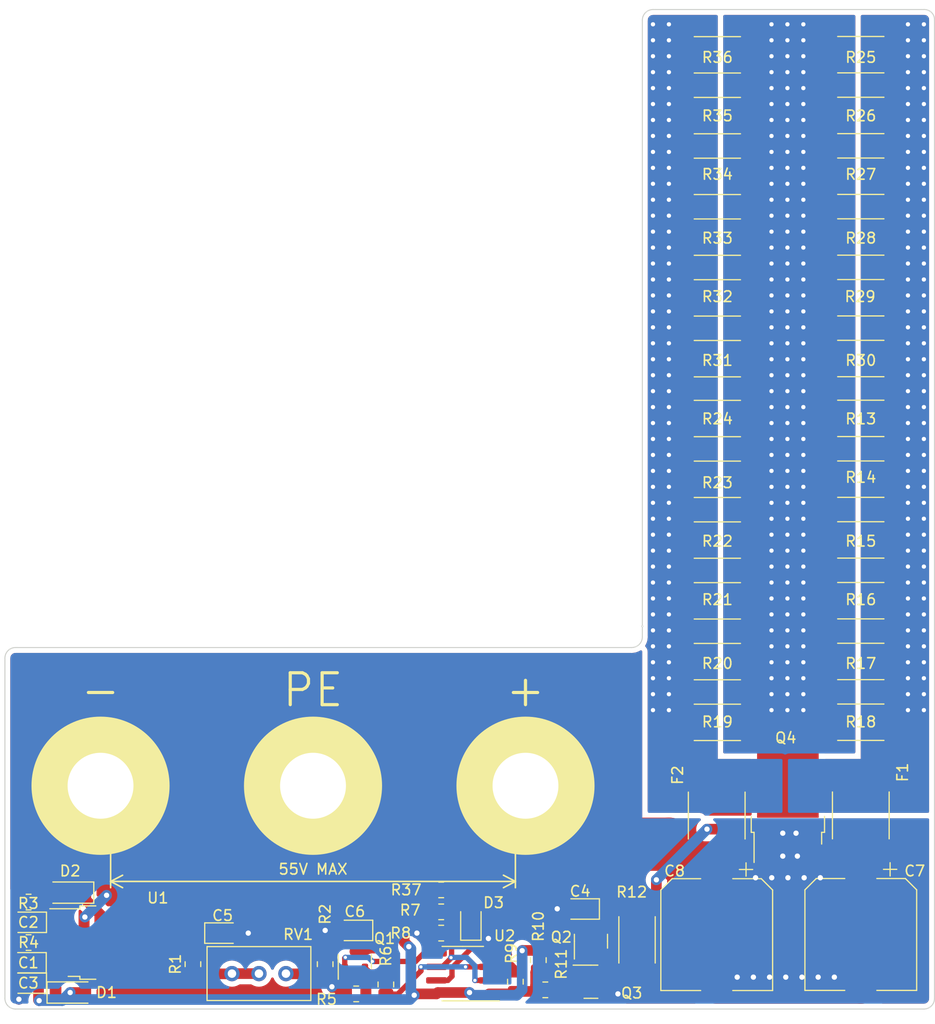
<source format=kicad_pcb>
(kicad_pcb (version 20211014) (generator pcbnew)
  (layers (0 "F.Cu" signal) (31 "B.Cu" signal) (34 "B.Paste" user) (35 "F.Paste" user) (36 "B.SilkS" user "B.Silkscreen") (37 "F.SilkS" user "F.Silkscreen") (38 "B.Mask" user) (39 "F.Mask" user) (44 "Edge.Cuts" user))
  (net 0 "")
  (net 1 "+VDC")
  (net 2 "GND")
  (net 3 "Net-(C2-Pad1)")
  (net 4 "VCC")
  (net 6 "Net-(Q1-Pad1)")
  (net 7 "Net-(Q1-Pad2)")
  (net 8 "Net-(Q2-Pad1)")
  (net 9 "Net-(Q2-Pad2)")
  (net 10 "Net-(Q4-Pad1)")
  (net 11 "Net-(Q4-Pad2)")
  (net 12 "Net-(R1-Pad1)")
  (net 13 "Net-(R6-Pad2)")
  (net 14 "Net-(R7-Pad2)")
  (net 15 "Net-(R10-Pad1)")
  (net 16 "Net-(D3-Pad1)")
  (net 17 "Net-(F1-Pad2)")
  (net 18 "Net-(F2-Pad2)")
  (net 19 "Net-(D3-Pad2)")
  (footprint "Package_TO_SOT_SMD:SOT-23" (layer "F.Cu") (at 3.937 16.526 90)
    (fp_text reference "Q1")
    (fp_text value "BC846B")
  )
  (footprint "Package_SO:SOIC-8_3.9x4.9mm_P1.27mm" (layer "F.Cu") (at 14.097 17.669 180)
    (fp_text reference "U2")
    (fp_text value "LM393")
  )
  (footprint "Capacitor_SMD:CP_Elec_10x10" (layer "F.Cu") (at 51.562 13.986 -90)
    (fp_text reference "C7")
    (fp_text value "47u")
  )
  (footprint "Diode_SMD:D_0805_2012Metric" (layer "F.Cu") (at 3.937 13.605 180)
    (fp_text reference "C6")
    (fp_text value "100n")
  )
  (footprint "Diode_SMD:D_SOD-123F" (layer "F.Cu") (at -22.836 19.448)
    (fp_text reference "D1")
    (fp_text value "SM4007PL")
  )
  (footprint "Diode_SMD:D_SOD-123F" (layer "F.Cu") (at -22.836 10.05 180)
    (fp_text reference "D2")
    (fp_text value "SM4007PL")
  )
  (footprint "Package_TO_SOT_SMD:TO-252-2" (layer "F.Cu") (at 44.698 1.912 90)
    (fp_text reference "Q4")
    (fp_text value "30N06")
  )
  (footprint "Resistor_SMD:R_2512_6332Metric" (layer "F.Cu") (at 38.0615 -45.881 180)
    (fp_text reference "R32")
    (fp_text value "100")
  )
  (footprint "Resistor_SMD:R_2512_6332Metric" (layer "F.Cu") (at 51.562 -34.5495)
    (fp_text reference "R13")
    (fp_text value "100")
  )
  (footprint "Resistor_SMD:R_2512_6332Metric" (layer "F.Cu") (at 38.0615 -63.026 180)
    (fp_text reference "R35")
    (fp_text value "100")
  )
  (footprint "Resistor_SMD:R_2512_6332Metric" (layer "F.Cu") (at 38.0615 -5.9605 180)
    (fp_text reference "R19")
    (fp_text value "100")
  )
  (footprint "Resistor_SMD:R_0805_2012Metric" (layer "F.Cu") (at 1.143 16.78 -90)
    (fp_text reference "R2")
    (fp_text value "22k")
  )
  (footprint "Resistor_SMD:R_0805_2012Metric" (layer "F.Cu") (at -26.773 10.939)
    (fp_text reference "R3")
    (fp_text value "240")
  )
  (footprint "Resistor_SMD:R_2512_6332Metric" (layer "F.Cu") (at 51.562 -23.1195)
    (fp_text reference "R15")
    (fp_text value "100")
  )
  (footprint "Resistor_SMD:R_0805_2012Metric" (layer "F.Cu") (at 21.209 16.399 90)
    (fp_text reference "R10")
    (fp_text value "47k")
  )
  (footprint "Resistor_SMD:R_0805_2012Metric" (layer "F.Cu") (at 6.858 18.685 -90)
    (fp_text reference "R6")
    (fp_text value "1k")
  )
  (footprint "Package_TO_SOT_SMD:TO-252-2" (layer "F.Cu") (at -19.475 14.749)
    (fp_text reference "U1")
    (fp_text value "LM317_TO-252")
  )
  (footprint "Diode_SMD:D_0805_2012Metric" (layer "F.Cu") (at 25.273 11.591 180)
    (fp_text reference "C4")
    (fp_text value "1u")
  )
  (footprint "Resistor_SMD:R_2512_6332Metric" (layer "F.Cu") (at 51.562 -51.61)
    (fp_text reference "R28")
    (fp_text value "100")
  )
  (footprint "Resistor_SMD:R_2512_6332Metric" (layer "F.Cu") (at 51.562 -17.4045)
    (fp_text reference "R16")
    (fp_text value "100")
  )
  (footprint "Resistor_SMD:R_2512_6332Metric" (layer "F.Cu") (at 51.562 -45.895)
    (fp_text reference "R29")
    (fp_text value "100")
  )
  (footprint "Resistor_SMD:R_2512_6332Metric" (layer "F.Cu") (at 30.5 14.494 90)
    (fp_text reference "R12")
    (fp_text value "100")
  )
  (footprint "Diode_SMD:D_0805_2012Metric" (layer "F.Cu") (at -26.797 16.653 180)
    (fp_text reference "C1")
    (fp_text value "100n")
  )
  (footprint "Resistor_SMD:R_2512_6332Metric" (layer "F.Cu") (at 38.0615 -51.596 180)
    (fp_text reference "R33")
    (fp_text value "100")
  )
  (footprint "Resistor_SMD:R_2512_6332Metric" (layer "F.Cu") (at 38.0615 -11.6755 180)
    (fp_text reference "R20")
    (fp_text value "100")
  )
  (footprint "Resistor_SMD:R_2512_6332Metric" (layer "F.Cu") (at 51.562 -57.325)
    (fp_text reference "R27")
    (fp_text value "100")
  )
  (footprint "Resistor_SMD:R_2512_6332Metric" (layer "F.Cu") (at 38.0615 -57.311 180)
    (fp_text reference "R34")
    (fp_text value "100")
  )
  (footprint "Diode_SMD:D_0805_2012Metric" (layer "F.Cu") (at -26.773 12.844 180)
    (fp_text reference "C2")
    (fp_text value "1u")
  )
  (footprint "Diode_SMD:D_0805_2012Metric" (layer "F.Cu") (at -26.773 18.558 180)
    (fp_text reference "C3")
    (fp_text value "1u")
  )
  (footprint "Resistor_SMD:R_2512_6332Metric" (layer "F.Cu") (at 38.0615 -23.1055 180)
    (fp_text reference "R22")
    (fp_text value "100")
  )
  (footprint "Diode_SMD:D_0805_2012Metric" (layer "F.Cu") (at -8.509 13.859)
    (fp_text reference "C5")
    (fp_text value "100n")
  )
  (footprint "Resistor_SMD:R_0805_2012Metric" (layer "F.Cu") (at 12.065 11.859)
    (fp_text reference "R7")
    (fp_text value "10k")
  )
  (footprint "Resistor_SMD:R_2512_6332Metric" (layer "F.Cu") (at 38.0615 -68.741 180)
    (fp_text reference "R36")
    (fp_text value "100")
  )
  (footprint "Resistor_SMD:R_2512_6332Metric" (layer "F.Cu") (at 38.0615 -40.166 180)
    (fp_text reference "R31")
    (fp_text value "100")
  )
  (footprint "Potentiometer_THT:Potentiometer_Bourns_3296W_Vertical" (layer "F.Cu") (at -7.63 17.669 180)
    (fp_text reference "RV1")
    (fp_text value "100k")
  )
  (footprint "Resistor_SMD:R_0805_2012Metric" (layer "F.Cu") (at 19.05 18.431 -90)
    (fp_text reference "R9")
    (fp_text value "47k")
  )
  (footprint "Resistor_SMD:R_2512_6332Metric" (layer "F.Cu") (at 51.562 -5.9745)
    (fp_text reference "R18")
    (fp_text value "100")
  )
  (footprint "Fuse:Fuse_2920_7451Metric" (layer "F.Cu") (at 38 2.8025 90)
    (fp_text reference "F2")
    (fp_text value "500 mA")
  )
  (footprint "Resistor_SMD:R_2512_6332Metric" (layer "F.Cu") (at 51.562 -63.04)
    (fp_text reference "R26")
    (fp_text value "100")
  )
  (footprint "Resistor_SMD:R_2512_6332Metric" (layer "F.Cu") (at 38.0615 -34.5355 180)
    (fp_text reference "R24")
    (fp_text value "100")
  )
  (footprint "Resistor_SMD:R_2512_6332Metric" (layer "F.Cu") (at 38.0615 -28.8205 180)
    (fp_text reference "R23")
    (fp_text value "100")
  )
  (footprint "shunt_regulator_footprints:Owon SPE terminals" (layer "F.Cu") (at 0 0)
    (fp_text reference "J1")
    (fp_text value "Screw_Terminal_01x03")
  )
  (footprint "Resistor_SMD:R_2512_6332Metric" (layer "F.Cu") (at 51.562 -40.18)
    (fp_text reference "R30")
    (fp_text value "100")
  )
  (footprint "Resistor_SMD:R_0805_2012Metric" (layer "F.Cu") (at 12.065 13.859)
    (fp_text reference "R8")
    (fp_text value "10k")
  )
  (footprint "Resistor_SMD:R_2512_6332Metric" (layer "F.Cu") (at 51.562 -11.6895)
    (fp_text reference "R17")
    (fp_text value "100")
  )
  (footprint "Resistor_SMD:R_0805_2012Metric" (layer "F.Cu") (at -26.773 14.749 180)
    (fp_text reference "R4")
    (fp_text value "3k6")
  )
  (footprint "Package_TO_SOT_SMD:SOT-23" (layer "F.Cu") (at 26.162 18.431)
    (fp_text reference "Q3")
    (fp_text value "BC856B")
  )
  (footprint "Resistor_SMD:R_2512_6332Metric" (layer "F.Cu") (at 51.562 -68.755)
    (fp_text reference "R25")
    (fp_text value "100")
  )
  (footprint "Package_TO_SOT_SMD:SOT-23" (layer "F.Cu") (at 26.162 14.621 90)
    (fp_text reference "Q2")
    (fp_text value "BC846B")
  )
  (footprint "Resistor_SMD:R_2512_6332Metric" (layer "F.Cu") (at 51.562 -28.8345)
    (fp_text reference "R14")
    (fp_text value "100")
  )
  (footprint "Capacitor_SMD:CP_Elec_10x10" (layer "F.Cu") (at 38 14 -90)
    (fp_text reference "C8")
    (fp_text value "47u")
  )
  (footprint "Resistor_SMD:R_0805_2012Metric" (layer "F.Cu") (at 12.065 9.795 180)
    (fp_text reference "R37")
    (fp_text value "22k")
  )
  (footprint "Resistor_SMD:R_0805_2012Metric" (layer "F.Cu") (at 4.064 19.574)
    (fp_text reference "R5")
    (fp_text value "10k")
  )
  (footprint "Resistor_SMD:R_0805_2012Metric" (layer "F.Cu") (at 21.8675 19.193)
    (fp_text reference "R11")
    (fp_text value "1k")
  )
  (footprint "Fuse:Fuse_2920_7451Metric" (layer "F.Cu") (at 51.562 2.7885 90)
    (fp_text reference "F1")
    (fp_text value "500 mA")
  )
  (footprint "LED_SMD:LED_0805_2012Metric" (layer "F.Cu") (at 14.859 12.843 90)
    (fp_text reference "D3")
    (fp_text value "LED")
  )
  (footprint "Resistor_SMD:R_0805_2012Metric" (layer "F.Cu") (at -11.303 16.78 90)
    (fp_text reference "R1")
    (fp_text value "22k")
  )
  (footprint "Resistor_SMD:R_2512_6332Metric" (layer "F.Cu") (at 38.0615 -17.3905 180)
    (fp_text reference "R21")
    (fp_text value "100")
  )
  (gr_arc (start -28 21) (mid -28.707107 20.707107) (end -29 20) (layer "Edge.Cuts") (width 0.1))
  (gr_line (start 58.5 20) (end 58.5 -72) (layer "Edge.Cuts") (width 0.1))
  (gr_line (start -28 -13) (end 30 -13) (layer "Edge.Cuts") (width 0.1))
  (gr_arc (start 31 -14) (mid 30.707107 -13.292893) (end 30 -13) (layer "Edge.Cuts") (width 0.1))
  (gr_arc (start -29 -12) (mid -28.707107 -12.707107) (end -28 -13) (layer "Edge.Cuts") (width 0.1))
  (gr_arc (start 58.5 20) (mid 58.207107 20.707107) (end 57.5 21) (layer "Edge.Cuts") (width 0.1))
  (gr_arc (start 31 -72) (mid 31.292893 -72.707107) (end 32 -73) (layer "Edge.Cuts") (width 0.1))
  (gr_line (start 57.5 -73) (end 32 -73) (layer "Edge.Cuts") (width 0.1))
  (gr_line (start -28 21) (end 57.5 21) (layer "Edge.Cuts") (width 0.1))
  (gr_line (start 31 -72) (end 31 -14) (layer "Edge.Cuts") (width 0.1))
  (gr_line (start -29 -12) (end -29 20) (layer "Edge.Cuts") (width 0.1))
  (gr_arc (start 31 -15) (mid 31 -15) (end 31 -15) (layer "Edge.Cuts") (width 0.1))
  (gr_arc (start 57.5 -73) (mid 58.223046 -72.723046) (end 58.5 -72) (layer "Edge.Cuts") (width 0.1))
  (dimension (type aligned) (layer "F.SilkS") (pts (xy -19.05 0) (xy 19.05 0)) (height 8.999999) (gr_text "55V MAX" (at 0 7.849999) (layer "F.SilkS") (effects (font (size 1 1) (thickness 0.15)))) (format (units 3) (units_format 0) (precision 4) (override_value "55V MAX")) (style (thickness 0.15) (arrow_length 1.27) (text_position_mode 0) (extension_height 0.58642) (extension_offset 0.5) keep_text_aligned))
  (segment (start 25 5.5) (end 24.999999 4.999999) (width 5) (layer "F.Cu") (net 1))
  (segment (start 38 10) (end 33.5 5.5) (width 5) (layer "F.Cu") (net 1))
  (segment (start 52.468 7.082) (end 51.562 6.176) (width 5) (layer "F.Cu") (net 1))
  (segment (start 3.937 15.5885) (end 4.3665 15.5885) (width 1) (layer "F.Cu") (net 1))
  (segment (start 19.05 0) (end 19.05 -0.05) (width 5) (layer "F.Cu") (net 1))
  (segment (start -24.236 17.59) (end -23.675 17.029) (width 1) (layer "F.Cu") (net 1))
  (segment (start 20 0) (end 24.5 -4.5) (width 5) (layer "F.Cu") (net 1))
  (segment (start 39.768 12.352) (end 50.30059 12.352) (width 5) (layer "F.Cu") (net 1))
  (segment (start 4.8745 15.0805) (end 4.8745 13.605) (width 1) (layer "F.Cu") (net 1))
  (segment (start 24.999999 4.999999) (end 20 0) (width 5) (layer "F.Cu") (net 1))
  (segment (start 38 10) (end 38 10.584) (width 5) (layer "F.Cu") (net 1))
  (segment (start -21.538028 12.410028) (end -21.474528 12.346528) (width 1) (layer "F.Cu") (net 1))
  (segment (start 38 10) (end 38 6.19) (width 2) (layer "F.Cu") (net 1))
  (segment (start 4.3665 15.5885) (end 4.8745 15.0805) (width 1) (layer "F.Cu") (net 1))
  (segment (start 50.30059 12.352) (end 52.468 10.18459) (width 5) (layer "F.Cu") (net 1))
  (segment (start 20 0) (end 15.5 -4.5) (width 5) (layer "F.Cu") (net 1))
  (segment (start 38 10.584) (end 39.768 12.352) (width 5) (layer "F.Cu") (net 1))
  (segment (start -23.675 17.029) (end -21.538028 14.892028) (width 1) (layer "F.Cu") (net 1))
  (segment (start 20 0) (end 16 4) (width 5) (layer "F.Cu") (net 1))
  (segment (start 33.5 5.5) (end 25 5.5) (width 5) (layer "F.Cu") (net 1))
  (segment (start -25.8595 16.653) (end -24.051 16.653) (width 1) (layer "F.Cu") (net 1))
  (segment (start 51.562 9.986) (end 51.562 6.176) (width 2) (layer "F.Cu") (net 1))
  (segment (start -21.538028 14.892028) (end -21.538028 12.410028) (width 1) (layer "F.Cu") (net 1))
  (segment (start 38.014 9.986) (end 38 10) (width 5) (layer "F.Cu") (net 1))
  (segment (start -24.051 16.653) (end -23.675 17.029) (width 1) (layer "F.Cu") (net 1))
  (segment (start 52.468 10.18459) (end 52.468 7.082) (width 5) (layer "F.Cu") (net 1))
  (segment (start -24.236 19.448) (end -24.236 17.59) (width 1) (layer "F.Cu") (net 1))
  (via (at -19.431 10.303) (size 1) (drill 0.5) (layers "F.Cu" "B.Cu") (net 1))
  (via (at -21.474528 12.346528) (size 1) (drill 0.5) (layers "F.Cu" "B.Cu") (net 1))
  (segment (start -21.474528 12.346528) (end -19.431 10.303) (width 1) (layer "B.Cu") (net 1))
  (segment (start 44.726 4.969) (end 44.218 4.461) (width 2) (layer "F.Cu") (net 2))
  (segment (start 28.645 19.631) (end 28.702 19.574) (width 1) (layer "F.Cu") (net 2))
  (segment (start 46.99 4.461) (end 45.466 4.461) (width 2) (layer "F.Cu") (net 2))
  (segment (start 25.2245 19.381) (end 25.4745 19.631) (width 1) (layer "F.Cu") (net 2))
  (segment (start 45.593 6.62) (end 46.47 6.62) (width 2) (layer "F.Cu") (net 2))
  (segment (start 48.768 8.652) (end 47.752 8.652) (width 2) (layer "F.Cu") (net 2))
  (segment (start 38 18) (end 51.548 18) (width 5) (layer "F.Cu") (net 2))
  (segment (start 11.1525 13.859) (end 9.779 13.859) (width 1) (layer "F.Cu") (net 2))
  (segment (start 46.978 5.846) (end 46.99 5.834) (width 2) (layer "F.Cu") (net 2))
  (segment (start 44.704 8.652) (end 41.656 8.652) (width 2) (layer "F.Cu") (net 2))
  (segment (start 48.768 8.62011) (end 48.768 8.652) (width 2) (layer "F.Cu") (net 2))
  (segment (start 43.978 8.652) (end 44.218 8.412) (width 2) (layer "F.Cu") (net 2))
  (segment (start 23.005 11.591) (end 22.987 11.573) (width 1) (layer "F.Cu") (net 2))
  (segment (start 46.228 8.652) (end 44.704 8.652) (width 2) (layer "F.Cu") (net 2))
  (segment (start -27.7105 18.558) (end -27.7105 20.0575) (width 1) (layer "F.Cu") (net 2))
  (segment (start 41.656 8.652) (end 43.18 8.652) (width 2) (layer "F.Cu") (net 2))
  (segment (start 24.3355 11.591) (end 23.005 11.591) (width 1) (layer "F.Cu") (net 2))
  (segment (start 45.466 4.461) (end 44.958 4.969) (width 2) (layer "F.Cu") (net 2))
  (segment (start 16.572 15.764) (end 16.572 14.429) (width 1) (layer "F.Cu") (net 2))
  (segment (start 43.18 8.652) (end 43.978 8.652) (width 2) (layer "F.Cu") (net 2))
  (segment (start 1.143 15.8675) (end 1.143 13.605) (width 1) (layer "F.Cu") (net 2))
  (segment (start -27.7105 12.844) (end -27.7105 18.558) (width 1) (layer "F.Cu") (net 2))
  (segment (start 46.47 6.62) (end 46.978 6.112) (width 2) (layer "F.Cu") (net 2))
  (segment (start 3.1515 19.574) (end 2.447 19.574) (width 1) (layer "F.Cu") (net 2))
  (segment (start 2.447 19.574) (end 1.778 18.905) (width 1) (layer "F.Cu") (net 2))
  (segment (start 27.051 19.631) (end 28.645 19.631) (width 1) (layer "F.Cu") (net 2))
  (segment (start 46.978 6.112) (end 46.978 5.846) (width 2) (layer "F.Cu") (net 2))
  (segment (start 47.752 8.652) (end 46.228 8.652) (width 2) (layer "F.Cu") (net 2))
  (segment (start 46.99 5.834) (end 46.99 4.461) (width 2) (layer "F.Cu") (net 2))
  (segment (start 51.548 18) (end 51.562 17.986) (width 5) (layer "F.Cu") (net 2))
  (segment (start -27.7105 20.0575) (end -27.686 20.082) (width 1) (layer "F.Cu") (net 2))
  (segment (start 46.978 6.83011) (end 48.768 8.62011) (width 2) (layer "F.Cu") (net 2))
  (segment (start 16.572 14.429) (end 16.51 14.367) (width 1) (layer "F.Cu") (net 2))
  (segment (start 25.4745 19.631) (end 27.051 19.631) (width 1) (layer "F.Cu") (net 2))
  (segment (start 44.218 8.412) (end 44.218 6.62) (width 2) (layer "F.Cu") (net 2))
  (segment (start 2.9995 13.605) (end 1.143 13.605) (width 1) (layer "F.Cu") (net 2))
  (segment (start 46.978 6.112) (end 46.978 6.83011) (width 2) (layer "F.Cu") (net 2))
  (segment (start 44.218 6.62) (end 45.593 6.62) (width 2) (layer "F.Cu") (net 2))
  (segment (start 44.958 4.969) (end 44.726 4.969) (width 2) (layer "F.Cu") (net 2))
  (segment (start -7.5715 13.859) (end -6.096 13.859) (width 1) (layer "F.Cu") (net 2))
  (via (at 1.778 18.905) (size 1) (drill 0.5) (layers "F.Cu" "B.Cu") (net 2))
  (via (at 41.656 8.652) (size 1) (drill 0.5) (layers "F.Cu" "B.Cu") (net 2))
  (via (at 28.702 19.574) (size 1) (drill 0.5) (layers "F.Cu" "B.Cu") (net 2))
  (via (at 45.593 6.62) (size 1) (drill 0.5) (layers "F.Cu" "B.Cu") (net 2))
  (via (at 41.452 18) (size 1) (drill 0.5) (layers "F.Cu" "B.Cu") (net 2))
  (via (at 39.928 18) (size 1) (drill 0.5) (layers "F.Cu" "B.Cu") (net 2))
  (via (at 44.704 8.652) (size 1) (drill 0.5) (layers "F.Cu" "B.Cu") (net 2))
  (via (at 47.548 18) (size 1) (drill 0.5) (layers "F.Cu" "B.Cu") (net 2))
  (via (at 16.51 14.367) (size 1) (drill 0.5) (layers "F.Cu" "B.Cu") (net 2))
  (via (at -6.096 13.859) (size 1) (drill 0.5) (layers "F.Cu" "B.Cu") (net 2))
  (via (at -27.686 20.082) (size 1) (drill 0.5) (layers "F.Cu" "B.Cu") (net 2))
  (via (at 44.5 18) (size 1) (drill 0.5) (layers "F.Cu" "B.Cu") (net 2))
  (via (at 46.024 18) (size 1) (drill 0.5) (layers "F.Cu" "B.Cu") (net 2))
  (via (at 49.072 18) (size 1) (drill 0.5) (layers "F.Cu" "B.Cu") (net 2))
  (via (at 9.779 13.859) (size 1) (drill 0.5) (layers "F.Cu" "B.Cu") (net 2))
  (via (at 22.987 11.573) (size 1) (drill 0.5) (layers "F.Cu" "B.Cu") (net 2))
  (via (at 46.228 8.652) (size 1) (drill 0.5) (layers "F.Cu" "B.Cu") (net 2))
  (via (at 42.976 18) (size 1) (drill 0.5) (layers "F.Cu" "B.Cu") (net 2))
  (via (at 45.466 4.461) (size 1) (drill 0.5) (layers "F.Cu" "B.Cu") (net 2))
  (via (at 47.752 8.652) (size 1) (drill 0.5) (layers "F.Cu" "B.Cu") (net 2))
  (via (at 44.218 4.461) (size 1) (drill 0.5) (layers "F.Cu" "B.Cu") (net 2))
  (via (at 43.18 8.652) (size 1) (drill 0.5) (layers "F.Cu" "B.Cu") (net 2))
  (via (at 1.143 13.605) (size 1) (drill 0.5) (layers "F.Cu" "B.Cu") (net 2))
  (via (at 44.218 6.62) (size 1) (drill 0.5) (layers "F.Cu" "B.Cu") (net 2))
  (segment (start -20 0) (end -24.5 -4.5) (width 5) (layer "B.Cu") (net 2))
  (segment (start -20 0) (end -15 5) (width 5) (layer "B.Cu") (net 2))
  (segment (start -20 0) (end -24.5 4.5) (width 5) (layer "B.Cu") (net 2))
  (segment (start -20 0) (end -16 -4) (width 5) (layer "B.Cu") (net 2))
  (segment (start -19.05 0) (end -19.05 0.05) (width 5) (layer "B.Cu") (net 2))
  (segment (start -19.05 0) (end -19.05 -0.05) (width 5) (layer "B.Cu") (net 2))
  (segment (start -25.8355 12.844) (end -24.05 12.844) (width 1) (layer "F.Cu") (net 3))
  (segment (start -24.9715 10.05) (end -25.8605 10.939) (width 1) (layer "F.Cu") (net 3))
  (segment (start -25.8605 10.939) (end -25.8605 14.749) (width 1) (layer "F.Cu") (net 3))
  (segment (start -24.05 12.844) (end -23.675 12.469) (width 1) (layer "F.Cu") (net 3))
  (segment (start -24.236 10.05) (end -24.9715 10.05) (width 1) (layer "F.Cu") (net 3))
  (segment (start -21.436 10.05) (end -21.436 10.688) (width 1) (layer "F.Cu") (net 4))
  (segment (start 23.2645 15.4865) (end 21.209 15.4865) (width 1) (layer "F.Cu") (net 4))
  (segment (start 11.622 19.574) (end 9.652 19.574) (width 1) (layer "F.Cu") (net 4))
  (segment (start -27.6855 10.707997) (end -25.756503 8.779) (width 1) (layer "F.Cu") (net 4))
  (segment (start -25.8355 18.558) (end -25.8355 20.1545) (width 1) (layer "F.Cu") (net 4))
  (segment (start 9.652 19.574) (end 9.525 19.701) (width 1) (layer "F.Cu") (net 4))
  (segment (start 8.579 14.691) (end 8.579 13.281) (width 1) (layer "F.Cu") (net 4))
  (segment (start 26.162 13.6835) (end 26.162 11.6395) (width 1) (layer "F.Cu") (net 4))
  (segment (start 9.017 15.129) (end 8.579 14.691) (width 1) (layer "F.Cu") (net 4))
  (segment (start -27.6855 10.939) (end -27.6855 10.707997) (width 1) (layer "F.Cu") (net 4))
  (segment (start 10.001 11.859) (end 11.1525 11.859) (width 1) (layer "F.Cu") (net 4))
  (segment (start -21.436 10.688) (end -17.375 14.749) (width 1) (layer "F.Cu") (net 4))
  (segment (start -21.437 19.447) (end -21.436 19.448) (width 1) (layer "F.Cu") (net 4))
  (segment (start -25.8355 20.1545) (end -25.781 20.209) (width 1) (layer "F.Cu") (net 4))
  (segment (start 8.579 13.281) (end 10.001 11.859) (width 1) (layer "F.Cu") (net 4))
  (segment (start -25.756503 8.779) (end -23.007 8.779) (width 1) (layer "F.Cu") (net 4))
  (segment (start 26.162 11.6395) (end 26.2105 11.591) (width 1) (layer "F.Cu") (net 4))
  (segment (start -21.436 18.81) (end -17.375 14.749) (width 1) (layer "F.Cu") (net 4))
  (segment (start 14.732 19.447) (end 11.749 19.447) (width 1) (layer "F.Cu") (net 4))
  (segment (start 21.209 15.4865) (end 19.7085 15.4865) (width 1) (layer "F.Cu") (net 4))
  (segment (start 11.749 19.447) (end 11.622 19.574) (width 1) (layer "F.Cu") (net 4))
  (segment (start -22.86 19.447) (end -21.437 19.447) (width 1) (layer "F.Cu") (net 4))
  (segment (start -21.736 10.05) (end -21.436 10.05) (width 1) (layer "F.Cu") (net 4))
  (segment (start -23.007 8.779) (end -21.736 10.05) (width 1) (layer "F.Cu") (net 4))
  (segment (start 26.162 13.6835) (end 25.0675 13.6835) (width 1) (layer "F.Cu") (net 4))
  (segment (start -21.436 19.448) (end -21.436 18.81) (width 1) (layer "F.Cu") (net 4))
  (segment (start 19.7085 15.4865) (end 19.685 15.51) (width 1) (layer "F.Cu") (net 4))
  (segment (start 25.0675 13.6835) (end 23.2645 15.4865) (width 1) (layer "F.Cu") (net 4))
  (segment (start 11.1525 9.795) (end 11.1525 11.859) (width 1) (layer "F.Cu") (net 4))
  (via (at 14.732 19.447) (size 1) (drill 0.5) (layers "F.Cu" "B.Cu") (net 4))
  (via (at 9.017 15.129) (size 1) (drill 0.5) (layers "F.Cu" "B.Cu") (net 4))
  (via (at 19.685 15.51) (size 1) (drill 0.5) (layers "F.Cu" "B.Cu") (net 4))
  (via (at -25.781 20.209) (size 1) (drill 0.5) (layers "F.Cu" "B.Cu") (net 4))
  (via (at -22.86 19.447) (size 1) (drill 0.5) (layers "F.Cu" "B.Cu") (net 4))
  (via (at 9.525 19.701) (size 1) (drill 0.5) (layers "F.Cu" "B.Cu") (net 4))
  (segment (start 19.177 19.701) (end 14.986 19.701) (width 1) (layer "B.Cu") (net 4))
  (segment (start -25.677 20.105) (end -25.781 20.209) (width 1) (layer "B.Cu") (net 4))
  (segment (start 14.986 19.701) (end 14.732 19.447) (width 1) (layer "B.Cu") (net 4))
  (segment (start 9.21 15.322) (end 9.017 15.129) (width 1) (layer "B.Cu") (net 4))
  (segment (start -25.781 20.209) (end -23.622 20.209) (width 1) (layer "B.Cu") (net 4))
  (segment (start 9.121 20.105) (end -25.677 20.105) (width 1) (layer "B.Cu") (net 4))
  (segment (start 9.525 19.701) (end 9.121 20.105) (width 1) (layer "B.Cu") (net 4))
  (segment (start 19.685 15.51) (end 19.685 19.193) (width 1) (layer "B.Cu") (net 4))
  (segment (start 19.685 19.193) (end 19.177 19.701) (width 1) (layer "B.Cu") (net 4))
  (segment (start -23.622 20.209) (end -22.86 19.447) (width 1) (layer "B.Cu") (net 4))
  (segment (start 9.21 19.386) (end 9.21 15.322) (width 1) (layer "B.Cu") (net 4))
  (segment (start 2.758 17.6925) (end 2.987 17.4635) (width 1) (layer "F.Cu") (net 6))
  (segment (start 5.588 16.526) (end 9.652 16.526) (width 0.5) (layer "F.Cu") (net 6))
  (segment (start 2.987 16.206) (end 3.048 16.145) (width 0.5) (layer "F.Cu") (net 6))
  (segment (start 10.414 15.764) (end 11.622 15.764) (width 0.5) (layer "F.Cu") (net 6))
  (segment (start 1.143 17.6925) (end 2.758 17.6925) (width 1) (layer "F.Cu") (net 6))
  (segment (start 2.987 17.4635) (end 2.987 16.206) (width 0.5) (layer "F.Cu") (net 6))
  (segment (start 9.652 16.526) (end 10.414 15.764) (width 0.5) (layer "F.Cu") (net 6))
  (segment (start -2.5265 17.6925) (end -2.55 17.669) (width 1) (layer "F.Cu") (net 6))
  (segment (start 1.143 17.6925) (end -2.5265 17.6925) (width 1) (layer "F.Cu") (net 6))
  (via (at 5.588 16.526) (size 0.5) (drill 0.3) (layers "F.Cu" "B.Cu") (net 6))
  (via (at 3.048 16.145) (size 0.5) (drill 0.3) (layers "F.Cu" "B.Cu") (net 6))
  (segment (start 5.207 16.145) (end 5.588 16.526) (width 0.5) (layer "B.Cu") (net 6))
  (segment (start 3.048 16.145) (end 5.207 16.145) (width 0.5) (layer "B.Cu") (net 6))
  (segment (start 4.9765 19.574) (end 4.9765 17.553) (width 1) (layer "F.Cu") (net 7))
  (segment (start 5.196 17.7725) (end 4.887 17.4635) (width 1) (layer "F.Cu") (net 7))
  (segment (start 6.858 17.7725) (end 5.196 17.7725) (width 1) (layer "F.Cu") (net 7))
  (segment (start 4.9765 17.553) (end 4.887 17.4635) (width 1) (layer "F.Cu") (net 7))
  (segment (start 22.78 19.193) (end 22.78 18.384) (width 1) (layer "F.Cu") (net 8))
  (segment (start 23.683 17.481) (end 25.2245 17.481) (width 1) (layer "F.Cu") (net 8))
  (segment (start 22.78 18.384) (end 23.683 17.481) (width 1) (layer "F.Cu") (net 8))
  (segment (start 25.212 17.4685) (end 25.2245 17.481) (width 1) (layer "F.Cu") (net 8))
  (segment (start 25.212 15.5585) (end 25.212 17.4685) (width 1) (layer "F.Cu") (net 8))
  (segment (start 27.0995 18.431) (end 28.074 17.4565) (width 1) (layer "F.Cu") (net 9))
  (segment (start 28.074 17.4565) (end 30.734 17.4565) (width 1) (layer "F.Cu") (net 9))
  (segment (start 27.112 18.4185) (end 27.0995 18.431) (width 1) (layer "F.Cu") (net 9))
  (segment (start 27.112 15.5585) (end 27.112 18.4185) (width 1) (layer "F.Cu") (net 9))
  (segment (start 32.319611 8.844389) (end 32.319611 9.945889) (width 1) (layer "F.Cu") (net 10))
  (segment (start 40.421003 4.08) (end 37.084 4.08) (width 1) (layer "F.Cu") (net 10))
  (segment (start 42.418 6.112) (end 42.418 6.076997) (width 1) (layer "F.Cu") (net 10))
  (segment (start 42.418 6.076997) (end 40.421003 4.08) (width 1) (layer "F.Cu") (net 10))
  (segment (start 32.319611 9.945889) (end 30.734 11.5315) (width 1) (layer "F.Cu") (net 10))
  (via (at 37.084 4.08) (size 1) (drill 0.5) (layers "F.Cu" "B.Cu") (net 10))
  (via (at 32.319611 8.844389) (size 1) (drill 0.5) (layers "F.Cu" "B.Cu") (net 10))
  (segment (start 37.084 4.08) (end 32.319611 8.844389) (width 1) (layer "B.Cu") (net 10))
  (segment (start 44.698 -0.188) (end 44.698 -6.074) (width 2) (layer "F.Cu") (net 11))
  (via (at 44.656 -37.112) (size 0.8) (drill 0.4) (layers "F.Cu" "B.Cu") (net 11))
  (via (at 46.156 -22.112) (size 0.8) (drill 0.4) (layers "F.Cu" "B.Cu") (net 11))
  (via (at 44.656 -70.112) (size 0.8) (drill 0.4) (layers "F.Cu" "B.Cu") (net 11))
  (via (at 43.156 -67.112) (size 0.8) (drill 0.4) (layers "F.Cu" "B.Cu") (net 11))
  (via (at 44.656 -23.612) (size 0.8) (drill 0.4) (layers "F.Cu" "B.Cu") (net 11))
  (via (at 43.156 -44.612) (size 0.8) (drill 0.4) (layers "F.Cu" "B.Cu") (net 11))
  (via (at 44.656 -35.612) (size 0.8) (drill 0.4) (layers "F.Cu" "B.Cu") (net 11))
  (via (at 46.156 -52.112) (size 0.8) (drill 0.4) (layers "F.Cu" "B.Cu") (net 11))
  (via (at 46.156 -50.612) (size 0.8) (drill 0.4) (layers "F.Cu" "B.Cu") (net 11))
  (via (at 46.156 -20.612) (size 0.8) (drill 0.4) (layers "F.Cu" "B.Cu") (net 11))
  (via (at 44.656 -32.612) (size 0.8) (drill 0.4) (layers "F.Cu" "B.Cu") (net 11))
  (via (at 43.156 -68.612) (size 0.8) (drill 0.4) (layers "F.Cu" "B.Cu") (net 11))
  (via (at 43.156 -11.612) (size 0.8) (drill 0.4) (layers "F.Cu" "B.Cu") (net 11))
  (via (at 43.156 -65.612) (size 0.8) (drill 0.4) (layers "F.Cu" "B.Cu") (net 11))
  (via (at 46.156 -38.612) (size 0.8) (drill 0.4) (layers "F.Cu" "B.Cu") (net 11))
  (via (at 43.156 -50.612) (size 0.8) (drill 0.4) (layers "F.Cu" "B.Cu") (net 11))
  (via (at 43.156 -7.112) (size 0.8) (drill 0.4) (layers "F.Cu" "B.Cu") (net 11))
  (via (at 44.656 -56.612) (size 0.8) (drill 0.4) (layers "F.Cu" "B.Cu") (net 11))
  (via (at 46.156 -7.112) (size 0.8) (drill 0.4) (layers "F.Cu" "B.Cu") (net 11))
  (via (at 43.156 -41.612) (size 0.8) (drill 0.4) (layers "F.Cu" "B.Cu") (net 11))
  (via (at 44.656 -19.112) (size 0.8) (drill 0.4) (layers "F.Cu" "B.Cu") (net 11))
  (via (at 46.156 -10.112) (size 0.8) (drill 0.4) (layers "F.Cu" "B.Cu") (net 11))
  (via (at 46.156 -46.112) (size 0.8) (drill 0.4) (layers "F.Cu" "B.Cu") (net 11))
  (via (at 44.656 -67.112) (size 0.8) (drill 0.4) (layers "F.Cu" "B.Cu") (net 11))
  (via (at 44.656 -38.612) (size 0.8) (drill 0.4) (layers "F.Cu" "B.Cu") (net 11))
  (via (at 46.156 -29.612) (size 0.8) (drill 0.4) (layers "F.Cu" "B.Cu") (net 11))
  (via (at 46.156 -37.112) (size 0.8) (drill 0.4) (layers "F.Cu" "B.Cu") (net 11))
  (via (at 43.156 -49.112) (size 0.8) (drill 0.4) (layers "F.Cu" "B.Cu") (net 11))
  (via (at 44.656 -20.612) (size 0.8) (drill 0.4) (layers "F.Cu" "B.Cu") (net 11))
  (via (at 46.156 -71.612) (size 0.8) (drill 0.4) (layers "F.Cu" "B.Cu") (net 11))
  (via (at 43.156 -10.112) (size 0.8) (drill 0.4) (layers "F.Cu" "B.Cu") (net 11))
  (via (at 44.656 -26.612) (size 0.8) (drill 0.4) (layers "F.Cu" "B.Cu") (net 11))
  (via (at 44.656 -16.112) (size 0.8) (drill 0.4) (layers "F.Cu" "B.Cu") (net 11))
  (via (at 44.656 -59.612) (size 0.8) (drill 0.4) (layers "F.Cu" "B.Cu") (net 11))
  (via (at 44.656 -52.112) (size 0.8) (drill 0.4) (layers "F.Cu" "B.Cu") (net 11))
  (via (at 46.156 -49.112) (size 0.8) (drill 0.4) (layers "F.Cu" "B.Cu") (net 11))
  (via (at 43.156 -16.112) (size 0.8) (drill 0.4) (layers "F.Cu" "B.Cu") (net 11))
  (via (at 46.156 -41.612) (size 0.8) (drill 0.4) (layers "F.Cu" "B.Cu") (net 11))
  (via (at 43.156 -34.112) (size 0.8) (drill 0.4) (layers "F.Cu" "B.Cu") (net 11))
  (via (at 43.156 -26.612) (size 0.8) (drill 0.4) (layers "F.Cu" "B.Cu") (net 11))
  (via (at 44.656 -28.112) (size 0.8) (drill 0.4) (layers "F.Cu" "B.Cu") (net 11))
  (via (at 46.156 -16.112) (size 0.8) (drill 0.4) (layers "F.Cu" "B.Cu") (net 11))
  (via (at 44.656 -29.612) (size 0.8) (drill 0.4) (layers "F.Cu" "B.Cu") (net 11))
  (via (at 46.156 -40.112) (size 0.8) (drill 0.4) (layers "F.Cu" "B.Cu") (net 11))
  (via (at 46.156 -14.612) (size 0.8) (drill 0.4) (layers "F.Cu" "B.Cu") (net 11))
  (via (at 46.156 -8.612) (size 0.8) (drill 0.4) (layers "F.Cu" "B.Cu") (net 11))
  (via (at 43.156 -40.112) (size 0.8) (drill 0.4) (layers "F.Cu" "B.Cu") (net 11))
  (via (at 44.656 -14.612) (size 0.8) (drill 0.4) (layers "F.Cu" "B.Cu") (net 11))
  (via (at 44.656 -7.112) (size 0.8) (drill 0.4) (layers "F.Cu" "B.Cu") (net 11))
  (via (at 43.156 -25.112) (size 0.8) (drill 0.4) (layers "F.Cu" "B.Cu") (net 11))
  (via (at 46.156 -61.112) (size 0.8) (drill 0.4) (layers "F.Cu" "B.Cu") (net 11))
  (via (at 43.156 -13.112) (size 0.8) (drill 0.4) (layers "F.Cu" "B.Cu") (net 11))
  (via (at 44.656 -10.112) (size 0.8) (drill 0.4) (layers "F.Cu" "B.Cu") (net 11))
  (via (at 46.156 -59.612) (size 0.8) (drill 0.4) (layers "F.Cu" "B.Cu") (net 11))
  (via (at 43.156 -14.612) (size 0.8) (drill 0.4) (layers "F.Cu" "B.Cu") (net 11))
  (via (at 43.156 -61.112) (size 0.8) (drill 0.4) (layers "F.Cu" "B.Cu") (net 11))
  (via (at 43.156 -58.112) (size 0.8) (drill 0.4) (layers "F.Cu" "B.Cu") (net 11))
  (via (at 43.156 -55.112) (size 0.8) (drill 0.4) (layers "F.Cu" "B.Cu") (net 11))
  (via (at 44.656 -11.612) (size 0.8) (drill 0.4) (layers "F.Cu" "B.Cu") (net 11))
  (via (at 44.656 -71.612) (size 0.8) (drill 0.4) (layers "F.Cu" "B.Cu") (net 11))
  (via (at 44.656 -61.112) (size 0.8) (drill 0.4) (layers "F.Cu" "B.Cu") (net 11))
  (via (at 46.156 -11.612) (size 0.8) (drill 0.4) (layers "F.Cu" "B.Cu") (net 11))
  (via (at 43.156 -37.112) (size 0.8) (drill 0.4) (layers "F.Cu" "B.Cu") (net 11))
  (via (at 43.156 -28.112) (size 0.8) (drill 0.4) (layers "F.Cu" "B.Cu") (net 11))
  (via (at 44.656 -49.112) (size 0.8) (drill 0.4) (layers "F.Cu" "B.Cu") (net 11))
  (via (at 44.656 -65.612) (size 0.8) (drill 0.4) (layers "F.Cu" "B.Cu") (net 11))
  (via (at 46.156 -58.112) (size 0.8) (drill 0.4) (layers "F.Cu" "B.Cu") (net 11))
  (via (at 43.156 -22.112) (size 0.8) (drill 0.4) (layers "F.Cu" "B.Cu") (net 11))
  (via (at 43.156 -46.112) (size 0.8) (drill 0.4) (layers "F.Cu" "B.Cu") (net 11))
  (via (at 46.156 -65.612) (size 0.8) (drill 0.4) (layers "F.Cu" "B.Cu") (net 11))
  (via (at 46.156 -34.112) (size 0.8) (drill 0.4) (layers "F.Cu" "B.Cu") (net 11))
  (via (at 43.156 -31.112) (size 0.8) (drill 0.4) (layers "F.Cu" "B.Cu") (net 11))
  (via (at 44.656 -31.112) (size 0.8) (drill 0.4) (layers "F.Cu" "B.Cu") (net 11))
  (via (at 46.156 -25.112) (size 0.8) (drill 0.4) (layers "F.Cu" "B.Cu") (net 11))
  (via (at 46.156 -55.112) (size 0.8) (drill 0.4) (layers "F.Cu" "B.Cu") (net 11))
  (via (at 44.656 -34.112) (size 0.8) (drill 0.4) (layers "F.Cu" "B.Cu") (net 11))
  (via (at 43.156 -62.612) (size 0.8) (drill 0.4) (layers "F.Cu" "B.Cu") (net 11))
  (via (at 46.156 -31.112) (size 0.8) (drill 0.4) (layers "F.Cu" "B.Cu") (net 11))
  (via (at 46.156 -26.612) (size 0.8) (drill 0.4) (layers "F.Cu" "B.Cu") (net 11))
  (via (at 43.156 -38.612) (size 0.8) (drill 0.4) (layers "F.Cu" "B.Cu") (net 11))
  (via (at 44.656 -25.112) (size 0.8) (drill 0.4) (layers "F.Cu" "B.Cu") (net 11))
  (via (at 43.156 -47.612) (size 0.8) (drill 0.4) (layers "F.Cu" "B.Cu") (net 11))
  (via (at 46.156 -23.612) (size 0.8) (drill 0.4) (layers "F.Cu" "B.Cu") (net 11))
  (via (at 44.656 -46.112) (size 0.8) (drill 0.4) (layers "F.Cu" "B.Cu") (net 11))
  (via (at 44.656 -22.112) (size 0.8) (drill 0.4) (layers "F.Cu" "B.Cu") (net 11))
  (via (at 44.656 -62.612) (size 0.8) (drill 0.4) (layers "F.Cu" "B.Cu") (net 11))
  (via (at 43.156 -35.612) (size 0.8) (drill 0.4) (layers "F.Cu" "B.Cu") (net 11))
  (via (at 44.656 -55.112) (size 0.8) (drill 0.4) (layers "F.Cu" "B.Cu") (net 11))
  (via (at 46.156 -47.612) (size 0.8) (drill 0.4) (layers "F.Cu" "B.Cu") (net 11))
  (via (at 46.156 -19.112) (size 0.8) (drill 0.4) (layers "F.Cu" "B.Cu") (net 11))
  (via (at 46.156 -32.612) (size 0.8) (drill 0.4) (layers "F.Cu" "B.Cu") (net 11))
  (via (at 46.156 -17.612) (size 0.8) (drill 0.4) (layers "F.Cu" "B.Cu") (net 11))
  (via (at 43.156 -43.112) (size 0.8) (drill 0.4) (layers "F.Cu" "B.Cu") (net 11))
  (via (at 46.156 -67.112) (size 0.8) (drill 0.4) (layers "F.Cu" "B.Cu") (net 11))
  (via (at 43.156 -64.112) (size 0.8) (drill 0.4) (layers "F.Cu" "B.Cu") (net 11))
  (via (at 46.156 -53.612) (size 0.8) (drill 0.4) (layers "F.Cu" "B.Cu") (net 11))
  (via (at 43.156 -70.112) (size 0.8) (drill 0.4) (layers "F.Cu" "B.Cu") (net 11))
  (via (at 43.156 -56.612) (size 0.8) (drill 0.4) (layers "F.Cu" "B.Cu") (net 11))
  (via (at 44.656 -58.112) (size 0.8) (drill 0.4) (layers "F.Cu" "B.Cu") (net 11))
  (via (at 43.156 -20.612) (size 0.8) (drill 0.4) (layers "F.Cu" "B.Cu") (net 11))
  (via (at 46.156 -64.112) (size 0.8) (drill 0.4) (layers "F.Cu" "B.Cu") (net 11))
  (via (at 43.156 -59.612) (size 0.8) (drill 0.4) (layers "F.Cu" "B.Cu") (net 11))
  (via (at 44.656 -41.612) (size 0.8) (drill 0.4) (layers "F.Cu" "B.Cu") (net 11))
  (via (at 44.656 -68.612) (size 0.8) (drill 0.4) (layers "F.Cu" "B.Cu") (net 11))
  (via (at 43.156 -8.612) (size 0.8) (drill 0.4) (layers "F.Cu" "B.Cu") (net 11))
  (via (at 43.156 -52.112) (size 0.8) (drill 0.4) (layers "F.Cu" "B.Cu") (net 11))
  (via (at 46.156 -43.112) (size 0.8) (drill 0.4) (layers "F.Cu" "B.Cu") (net 11))
  (via (at 43.156 -53.612) (size 0.8) (drill 0.4) (layers "F.Cu" "B.Cu") (net 11))
  (via (at 46.156 -70.112) (size 0.8) (drill 0.4) (layers "F.Cu" "B.Cu") (net 11))
  (via (at 44.656 -8.612) (size 0.8) (drill 0.4) (layers "F.Cu" "B.Cu") (net 11))
  (via (at 46.156 -56.612) (size 0.8) (drill 0.4) (layers "F.Cu" "B.Cu") (net 11))
  (via (at 46.156 -13.112) (size 0.8) (drill 0.4) (layers "F.Cu" "B.Cu") (net 11))
  (via (at 44.656 -44.612) (size 0.8) (drill 0.4) (layers "F.Cu" "B.Cu") (net 11))
  (via (at 44.656 -13.112) (size 0.8) (drill 0.4) (layers "F.Cu" "B.Cu") (net 11))
  (via (at 44.656 -40.112) (size 0.8) (drill 0.4) (layers "F.Cu" "B.Cu") (net 11))
  (via (at 46.156 -35.612) (size 0.8) (drill 0.4) (layers "F.Cu" "B.Cu") (net 11))
  (via (at 44.656 -17.612) (size 0.8) (drill 0.4) (layers "F.Cu" "B.Cu") (net 11))
  (via (at 44.656 -50.612) (size 0.8) (drill 0.4) (layers "F.Cu" "B.Cu") (net 11))
  (via (at 44.656 -47.612) (size 0.8) (drill 0.4) (layers "F.Cu" "B.Cu") (net 11))
  (via (at 44.656 -43.112) (size 0.8) (drill 0.4) (layers "F.Cu" "B.Cu") (net 11))
  (via (at 44.656 -53.612) (size 0.8) (drill 0.4) (layers "F.Cu" "B.Cu") (net 11))
  (via (at 43.156 -32.612) (size 0.8) (drill 0.4) (layers "F.Cu" "B.Cu") (net 11))
  (via (at 43.156 -23.612) (size 0.8) (drill 0.4) (layers "F.Cu" "B.Cu") (net 11))
  (via (at 43.156 -17.612) (size 0.8) (drill 0.4) (layers "F.Cu" "B.Cu") (net 11))
  (via (at 43.156 -29.612) (size 0.8) (drill 0.4) (layers "F.Cu" "B.Cu") (net 11))
  (via (at 46.156 -68.612) (size 0.8) (drill 0.4) (layers "F.Cu" "B.Cu") (net 11))
  (via (at 43.156 -19.112) (size 0.8) (drill 0.4) (layers "F.Cu" "B.Cu") (net 11))
  (via (at 44.656 -64.112) (size 0.8) (drill 0.4) (layers "F.Cu" "B.Cu") (net 11))
  (via (at 43.156 -71.612) (size 0.8) (drill 0.4) (layers "F.Cu" "B.Cu") (net 11))
  (via (at 46.156 -44.612) (size 0.8) (drill 0.4) (layers "F.Cu" "B.Cu") (net 11))
  (via (at 46.156 -28.112) (size 0.8) (drill 0.4) (layers "F.Cu" "B.Cu") (net 11))
  (via (at 46.156 -62.612) (size 0.8) (drill 0.4) (layers "F.Cu" "B.Cu") (net 11))
  (segment (start -11.303 17.6925) (end -7.6535 17.6925) (width 1) (layer "F.Cu") (net 12))
  (segment (start -7.6535 17.6925) (end -7.63 17.669) (width 1) (layer "F.Cu") (net 12))
  (segment (start -7.63 17.669) (end -5.09 17.669) (width 1) (layer "F.Cu") (net 12))
  (segment (start 18.5655 17.034) (end 19.05 17.5185) (width 1) (layer "F.Cu") (net 13))
  (segment (start 16.572 17.034) (end 18.5655 17.034) (width 1) (layer "F.Cu") (net 13))
  (segment (start 8.255 19.32) (end 10.16 17.415) (width 0.5) (layer "F.Cu") (net 13))
  (segment (start 7.9775 19.5975) (end 8.255 19.32) (width 0.5) (layer "F.Cu") (net 13))
  (segment (start 10.16 17.415) (end 10.16 17.034) (width 0.5) (layer "F.Cu") (net 13))
  (segment (start 14.351 17.034) (end 16.572 17.034) (width 0.5) (layer "F.Cu") (net 13))
  (segment (start 6.858 19.5975) (end 7.9775 19.5975) (width 0.5) (layer "F.Cu") (net 13))
  (via (at 10.16 17.034) (size 0.5) (drill 0.3) (layers "F.Cu" "B.Cu") (net 13))
  (via (at 14.351 17.034) (size 0.5) (drill 0.3) (layers "F.Cu" "B.Cu") (net 13))
  (segment (start 10.16 17.034) (end 14.351 17.034) (width 0.5) (layer "B.Cu") (net 13))
  (segment (start 12.9775 13.859) (end 13.047 13.9285) (width 0.5) (layer "F.Cu") (net 14))
  (segment (start 13.047 16.162528) (end 12.175528 17.034) (width 0.5) (layer "F.Cu") (net 14))
  (segment (start 12.9775 11.859) (end 12.9775 13.859) (width 0.5) (layer "F.Cu") (net 14))
  (segment (start 13.047 13.9285) (end 13.047 16.162528) (width 0.5) (layer "F.Cu") (net 14))
  (segment (start 12.175528 17.034) (end 11.622 17.034) (width 0.5) (layer "F.Cu") (net 14))
  (segment (start 16.572 18.304) (end 15.24 18.304) (width 0.5) (layer "F.Cu") (net 14))
  (via (at 12.992544 16.162561) (size 0.5) (drill 0.3) (layers "F.Cu" "B.Cu") (net 14))
  (via (at 15.24 18.304) (size 0.5) (drill 0.3) (layers "F.Cu" "B.Cu") (net 14))
  (segment (start 15.24 18.304) (end 15.24 16.933051) (width 0.5) (layer "B.Cu") (net 14))
  (segment (start 12.974983 16.145) (end 12.992544 16.162561) (width 0.5) (layer "B.Cu") (net 14))
  (segment (start 15.24 16.933051) (end 14.451949 16.145) (width 0.5) (layer "B.Cu") (net 14))
  (segment (start 14.451949 16.145) (end 12.974983 16.145) (width 0.5) (layer "B.Cu") (net 14))
  (segment (start 20.955 19.193) (end 20.955 17.5655) (width 1) (layer "F.Cu") (net 15))
  (segment (start 20.955 17.5655) (end 21.209 17.3115) (width 1) (layer "F.Cu") (net 15))
  (segment (start 16.572 19.574) (end 18.8195 19.574) (width 1) (layer "F.Cu") (net 15))
  (segment (start 20.8045 19.3435) (end 20.955 19.193) (width 1) (layer "F.Cu") (net 15))
  (segment (start 19.05 19.3435) (end 20.8045 19.3435) (width 1) (layer "F.Cu") (net 15))
  (segment (start 18.8195 19.574) (end 19.05 19.3435) (width 1) (layer "F.Cu") (net 15))
  (segment (start 13.081 17.118477) (end 13.081 17.923) (width 0.5) (layer "F.Cu") (net 16))
  (segment (start 13.081 17.923) (end 12.7 18.304) (width 0.5) (layer "F.Cu") (net 16))
  (segment (start 14.859 15.340477) (end 13.081 17.118477) (width 0.5) (layer "F.Cu") (net 16))
  (segment (start 12.7 18.304) (end 11.622 18.304) (width 0.5) (layer "F.Cu") (net 16))
  (segment (start 14.859 13.7805) (end 14.859 15.340477) (width 0.5) (layer "F.Cu") (net 16))
  (via (at 56 -50.612) (size 0.8) (drill 0.4) (layers "F.Cu" "B.Cu") (net 17))
  (via (at 56 -67.112) (size 0.8) (drill 0.4) (layers "F.Cu" "B.Cu") (net 17))
  (via (at 57.5 -23.612) (size 0.8) (drill 0.4) (layers "F.Cu" "B.Cu") (net 17))
  (via (at 57.5 -35.612) (size 0.8) (drill 0.4) (layers "F.Cu" "B.Cu") (net 17))
  (via (at 57.5 -59.612) (size 0.8) (drill 0.4) (layers "F.Cu" "B.Cu") (net 17))
  (via (at 57.5 -38.612) (size 0.8) (drill 0.4) (layers "F.Cu" "B.Cu") (net 17))
  (via (at 56 -13.112) (size 0.8) (drill 0.4) (layers "F.Cu" "B.Cu") (net 17))
  (via (at 56 -41.612) (size 0.8) (drill 0.4) (layers "F.Cu" "B.Cu") (net 17))
  (via (at 57.5 -47.612) (size 0.8) (drill 0.4) (layers "F.Cu" "B.Cu") (net 17))
  (via (at 56 -47.612) (size 0.8) (drill 0.4) (layers "F.Cu" "B.Cu") (net 17))
  (via (at 57.5 -64.112) (size 0.8) (drill 0.4) (layers "F.Cu" "B.Cu") (net 17))
  (via (at 56 -31.112) (size 0.8) (drill 0.4) (layers "F.Cu" "B.Cu") (net 17))
  (via (at 56 -68.612) (size 0.8) (drill 0.4) (layers "F.Cu" "B.Cu") (net 17))
  (via (at 57.5 -11.612) (size 0.8) (drill 0.4) (layers "F.Cu" "B.Cu") (net 17))
  (via (at 57.5 -46.112) (size 0.8) (drill 0.4) (layers "F.Cu" "B.Cu") (net 17))
  (via (at 57.5 -26.612) (size 0.8) (drill 0.4) (layers "F.Cu" "B.Cu") (net 17))
  (via (at 56 -20.612) (size 0.8) (drill 0.4) (layers "F.Cu" "B.Cu") (net 17))
  (via (at 57.5 -67.112) (size 0.8) (drill 0.4) (layers "F.Cu" "B.Cu") (net 17))
  (via (at 57.5 -55.112) (size 0.8) (drill 0.4) (layers "F.Cu" "B.Cu") (net 17))
  (via (at 56 -70.112) (size 0.8) (drill 0.4) (layers "F.Cu" "B.Cu") (net 17))
  (via (at 57.5 -7.112) (size 0.8) (drill 0.4) (layers "F.Cu" "B.Cu") (net 17))
  (via (at 56 -34.112) (size 0.8) (drill 0.4) (layers "F.Cu" "B.Cu") (net 17))
  (via (at 57.5 -25.112) (size 0.8) (drill 0.4) (layers "F.Cu" "B.Cu") (net 17))
  (via (at 56 -28.112) (size 0.8) (drill 0.4) (layers "F.Cu" "B.Cu") (net 17))
  (via (at 57.5 -37.112) (size 0.8) (drill 0.4) (layers "F.Cu" "B.Cu") (net 17))
  (via (at 57.5 -41.612) (size 0.8) (drill 0.4) (layers "F.Cu" "B.Cu") (net 17))
  (via (at 57.5 -43.112) (size 0.8) (drill 0.4) (layers "F.Cu" "B.Cu") (net 17))
  (via (at 57.5 -65.612) (size 0.8) (drill 0.4) (layers "F.Cu" "B.Cu") (net 17))
  (via (at 56 -7.112) (size 0.8) (drill 0.4) (layers "F.Cu" "B.Cu") (net 17))
  (via (at 56 -65.612) (size 0.8) (drill 0.4) (layers "F.Cu" "B.Cu") (net 17))
  (via (at 56 -56.612) (size 0.8) (drill 0.4) (layers "F.Cu" "B.Cu") (net 17))
  (via (at 57.5 -34.112) (size 0.8) (drill 0.4) (layers "F.Cu" "B.Cu") (net 17))
  (via (at 57.5 -50.612) (size 0.8) (drill 0.4) (layers "F.Cu" "B.Cu") (net 17))
  (via (at 56 -35.612) (size 0.8) (drill 0.4) (layers "F.Cu" "B.Cu") (net 17))
  (via (at 56 -10.112) (size 0.8) (drill 0.4) (layers "F.Cu" "B.Cu") (net 17))
  (via (at 57.5 -44.612) (size 0.8) (drill 0.4) (layers "F.Cu" "B.Cu") (net 17))
  (via (at 56 -26.612) (size 0.8) (drill 0.4) (layers "F.Cu" "B.Cu") (net 17))
  (via (at 57.5 -68.612) (size 0.8) (drill 0.4) (layers "F.Cu" "B.Cu") (net 17))
  (via (at 57.5 -58.112) (size 0.8) (drill 0.4) (layers "F.Cu" "B.Cu") (net 17))
  (via (at 56 -64.112) (size 0.8) (drill 0.4) (layers "F.Cu" "B.Cu") (net 17))
  (via (at 56 -29.612) (size 0.8) (drill 0.4) (layers "F.Cu" "B.Cu") (net 17))
  (via (at 56 -61.112) (size 0.8) (drill 0.4) (layers "F.Cu" "B.Cu") (net 17))
  (via (at 57.5 -17.612) (size 0.8) (drill 0.4) (layers "F.Cu" "B.Cu") (net 17))
  (via (at 57.5 -8.612) (size 0.8) (drill 0.4) (layers "F.Cu" "B.Cu") (net 17))
  (via (at 57.5 -29.612) (size 0.8) (drill 0.4) (layers "F.Cu" "B.Cu") (net 17))
  (via (at 56 -16.112) (size 0.8) (drill 0.4) (layers "F.Cu" "B.Cu") (net 17))
  (via (at 56 -14.612) (size 0.8) (drill 0.4) (layers "F.Cu" "B.Cu") (net 17))
  (via (at 56 -52.112) (size 0.8) (drill 0.4) (layers "F.Cu" "B.Cu") (net 17))
  (via (at 57.5 -20.612) (size 0.8) (drill 0.4) (layers "F.Cu" "B.Cu") (net 17))
  (via (at 57.5 -62.612) (size 0.8) (drill 0.4) (layers "F.Cu" "B.Cu") (net 17))
  (via (at 57.5 -61.112) (size 0.8) (drill 0.4) (layers "F.Cu" "B.Cu") (net 17))
  (via (at 56 -38.612) (size 0.8) (drill 0.4) (layers "F.Cu" "B.Cu") (net 17))
  (via (at 57.5 -53.612) (size 0.8) (drill 0.4) (layers "F.Cu" "B.Cu") (net 17))
  (via (at 57.5 -22.112) (size 0.8) (drill 0.4) (layers "F.Cu" "B.Cu") (net 17))
  (via (at 56 -32.612) (size 0.8) (drill 0.4) (layers "F.Cu" "B.Cu") (net 17))
  (via (at 57.5 -31.112) (size 0.8) (drill 0.4) (layers "F.Cu" "B.Cu") (net 17))
  (via (at 57.5 -13.112) (size 0.8) (drill 0.4) (layers "F.Cu" "B.Cu") (net 17))
  (via (at 57.5 -19.112) (size 0.8) (drill 0.4) (layers "F.Cu" "B.Cu") (net 17))
  (via (at 56 -62.612) (size 0.8) (drill 0.4) (layers "F.Cu" "B.Cu") (net 17))
  (via (at 57.5 -32.612) (size 0.8) (drill 0.4) (layers "F.Cu" "B.Cu") (net 17))
  (via (at 57.5 -49.112) (size 0.8) (drill 0.4) (layers "F.Cu" "B.Cu") (net 17))
  (via (at 56 -22.112) (size 0.8) (drill 0.4) (layers "F.Cu" "B.Cu") (net 17))
  (via (at 56 -53.612) (size 0.8) (drill 0.4) (layers "F.Cu" "B.Cu") (net 17))
  (via (at 56 -58.112) (size 0.8) (drill 0.4) (layers "F.Cu" "B.Cu") (net 17))
  (via (at 56 -71.612) (size 0.8) (drill 0.4) (layers "F.Cu" "B.Cu") (net 17))
  (via (at 56 -25.112) (size 0.8) (drill 0.4) (layers "F.Cu" "B.Cu") (net 17))
  (via (at 56 -44.612) (size 0.8) (drill 0.4) (layers "F.Cu" "B.Cu") (net 17))
  (via (at 56 -55.112) (size 0.8) (drill 0.4) (layers "F.Cu" "B.Cu") (net 17))
  (via (at 57.5 -70.112) (size 0.8) (drill 0.4) (layers "F.Cu" "B.Cu") (net 17))
  (via (at 56 -8.612) (size 0.8) (drill 0.4) (layers "F.Cu" "B.Cu") (net 17))
  (via (at 56 -49.112) (size 0.8) (drill 0.4) (layers "F.Cu" "B.Cu") (net 17))
  (via (at 56 -46.112) (size 0.8) (drill 0.4) (layers "F.Cu" "B.Cu") (net 17))
  (via (at 56 -19.112) (size 0.8) (drill 0.4) (layers "F.Cu" "B.Cu") (net 17))
  (via (at 57.5 -40.112) (size 0.8) (drill 0.4) (layers "F.Cu" "B.Cu") (net 17))
  (via (at 56 -17.612) (size 0.8) (drill 0.4) (layers "F.Cu" "B.Cu") (net 17))
  (via (at 57.5 -10.112) (size 0.8) (drill 0.4) (layers "F.Cu" "B.Cu") (net 17))
  (via (at 56 -23.612) (size 0.8) (drill 0.4) (layers "F.Cu" "B.Cu") (net 17))
  (via (at 57.5 -16.112) (size 0.8) (drill 0.4) (layers "F.Cu" "B.Cu") (net 17))
  (via (at 56 -11.612) (size 0.8) (drill 0.4) (layers "F.Cu" "B.Cu") (net 17))
  (via (at 57.5 -56.612) (size 0.8) (drill 0.4) (layers "F.Cu" "B.Cu") (net 17))
  (via (at 57.5 -14.612) (size 0.8) (drill 0.4) (layers "F.Cu" "B.Cu") (net 17))
  (via (at 57.5 -28.112) (size 0.8) (drill 0.4) (layers "F.Cu" "B.Cu") (net 17))
  (via (at 57.5 -52.112) (size 0.8) (drill 0.4) (layers "F.Cu" "B.Cu") (net 17))
  (via (at 56 -43.112) (size 0.8) (drill 0.4) (layers "F.Cu" "B.Cu") (net 17))
  (via (at 56 -40.112) (size 0.8) (drill 0.4) (layers "F.Cu" "B.Cu") (net 17))
  (via (at 57.5 -71.612) (size 0.8) (drill 0.4) (layers "F.Cu" "B.Cu") (net 17))
  (via (at 56 -37.112) (size 0.8) (drill 0.4) (layers "F.Cu" "B.Cu") (net 17))
  (via (at 56 -59.612) (size 0.8) (drill 0.4) (layers "F.Cu" "B.Cu") (net 17))
  (via (at 32 -22.112) (size 0.8) (drill 0.4) (layers "F.Cu" "B.Cu") (net 18))
  (via (at 33.5 -32.612) (size 0.8) (drill 0.4) (layers "F.Cu" "B.Cu") (net 18))
  (via (at 32 -41.612) (size 0.8) (drill 0.4) (layers "F.Cu" "B.Cu") (net 18))
  (via (at 32 -29.612) (size 0.8) (drill 0.4) (layers "F.Cu" "B.Cu") (net 18))
  (via (at 32 -13.112) (size 0.8) (drill 0.4) (layers "F.Cu" "B.Cu") (net 18))
  (via (at 32 -59.612) (size 0.8) (drill 0.4) (layers "F.Cu" "B.Cu") (net 18))
  (via (at 32 -16.112) (size 0.8) (drill 0.4) (layers "F.Cu" "B.Cu") (net 18))
  (via (at 32 -38.612) (size 0.8) (drill 0.4) (layers "F.Cu" "B.Cu") (net 18))
  (via (at 33.5 -62.612) (size 0.8) (drill 0.4) (layers "F.Cu" "B.Cu") (net 18))
  (via (at 32 -71.612) (size 0.8) (drill 0.4) (layers "F.Cu" "B.Cu") (net 18))
  (via (at 32 -58.112) (size 0.8) (drill 0.4) (layers "F.Cu" "B.Cu") (net 18))
  (via (at 32 -64.112) (size 0.8) (drill 0.4) (layers "F.Cu" "B.Cu") (net 18))
  (via (at 32 -44.612) (size 0.8) (drill 0.4) (layers "F.Cu" "B.Cu") (net 18))
  (via (at 33.5 -58.112) (size 0.8) (drill 0.4) (layers "F.Cu" "B.Cu") (net 18))
  (via (at 32 -10.112) (size 0.8) (drill 0.4) (layers "F.Cu" "B.Cu") (net 18))
  (via (at 33.5 -67.112) (size 0.8) (drill 0.4) (layers "F.Cu" "B.Cu") (net 18))
  (via (at 32 -40.112) (size 0.8) (drill 0.4) (layers "F.Cu" "B.Cu") (net 18))
  (via (at 32 -43.112) (size 0.8) (drill 0.4) (layers "F.Cu" "B.Cu") (net 18))
  (via (at 33.5 -11.612) (size 0.8) (drill 0.4) (layers "F.Cu" "B.Cu") (net 18))
  (via (at 32 -61.112) (size 0.8) (drill 0.4) (layers "F.Cu" "B.Cu") (net 18))
  (via (at 32 -67.112) (size 0.8) (drill 0.4) (layers "F.Cu" "B.Cu") (net 18))
  (via (at 32 -55.112) (size 0.8) (drill 0.4) (layers "F.Cu" "B.Cu") (net 18))
  (via (at 32 -32.612) (size 0.8) (drill 0.4) (layers "F.Cu" "B.Cu") (net 18))
  (via (at 33.5 -52.112) (size 0.8) (drill 0.4) (layers "F.Cu" "B.Cu") (net 18))
  (via (at 33.5 -65.612) (size 0.8) (drill 0.4) (layers "F.Cu" "B.Cu") (net 18))
  (via (at 32 -17.612) (size 0.8) (drill 0.4) (layers "F.Cu" "B.Cu") (net 18))
  (via (at 33.5 -68.612) (size 0.8) (drill 0.4) (layers "F.Cu" "B.Cu") (net 18))
  (via (at 32 -70.112) (size 0.8) (drill 0.4) (layers "F.Cu" "B.Cu") (net 18))
  (via (at 33.5 -56.612) (size 0.8) (drill 0.4) (layers "F.Cu" "B.Cu") (net 18))
  (via (at 33.5 -16.112) (size 0.8) (drill 0.4) (layers "F.Cu" "B.Cu") (net 18))
  (via (at 32 -65.612) (size 0.8) (drill 0.4) (layers "F.Cu" "B.Cu") (net 18))
  (via (at 32 -25.112) (size 0.8) (drill 0.4) (layers "F.Cu" "B.Cu") (net 18))
  (via (at 32 -14.612) (size 0.8) (drill 0.4) (layers "F.Cu" "B.Cu") (net 18))
  (via (at 33.5 -23.612) (size 0.8) (drill 0.4) (layers "F.Cu" "B.Cu") (net 18))
  (via (at 33.5 -61.112) (size 0.8) (drill 0.4) (layers "F.Cu" "B.Cu") (net 18))
  (via (at 32 -37.112) (size 0.8) (drill 0.4) (layers "F.Cu" "B.Cu") (net 18))
  (via (at 32 -53.612) (size 0.8) (drill 0.4) (layers "F.Cu" "B.Cu") (net 18))
  (via (at 33.5 -22.112) (size 0.8) (drill 0.4) (layers "F.Cu" "B.Cu") (net 18))
  (via (at 33.5 -20.612) (size 0.8) (drill 0.4) (layers "F.Cu" "B.Cu") (net 18))
  (via (at 32 -68.612) (size 0.8) (drill 0.4) (layers "F.Cu" "B.Cu") (net 18))
  (via (at 32 -52.112) (size 0.8) (drill 0.4) (layers "F.Cu" "B.Cu") (net 18))
  (via (at 33.5 -29.612) (size 0.8) (drill 0.4) (layers "F.Cu" "B.Cu") (net 18))
  (via (at 33.5 -10.112) (size 0.8) (drill 0.4) (layers "F.Cu" "B.Cu") (net 18))
  (via (at 32 -11.612) (size 0.8) (drill 0.4) (layers "F.Cu" "B.Cu") (net 18))
  (via (at 33.5 -28.112) (size 0.8) (drill 0.4) (layers "F.Cu" "B.Cu") (net 18))
  (via (at 33.5 -31.112) (size 0.8) (drill 0.4) (layers "F.Cu" "B.Cu") (net 18))
  (via (at 32 -19.112) (size 0.8) (drill 0.4) (layers "F.Cu" "B.Cu") (net 18))
  (via (at 32 -28.112) (size 0.8) (drill 0.4) (layers "F.Cu" "B.Cu") (net 18))
  (via (at 33.5 -8.612) (size 0.8) (drill 0.4) (layers "F.Cu" "B.Cu") (net 18))
  (via (at 33.5 -53.612) (size 0.8) (drill 0.4) (layers "F.Cu" "B.Cu") (net 18))
  (via (at 32 -8.612) (size 0.8) (drill 0.4) (layers "F.Cu" "B.Cu") (net 18))
  (via (at 33.5 -13.112) (size 0.8) (drill 0.4) (layers "F.Cu" "B.Cu") (net 18))
  (via (at 33.5 -34.112) (size 0.8) (drill 0.4) (layers "F.Cu" "B.Cu") (net 18))
  (via (at 33.5 -70.112) (size 0.8) (drill 0.4) (layers "F.Cu" "B.Cu") (net 18))
  (via (at 33.5 -44.612) (size 0.8) (drill 0.4) (layers "F.Cu" "B.Cu") (net 18))
  (via (at 32 -46.112) (size 0.8) (drill 0.4) (layers "F.Cu" "B.Cu") (net 18))
  (via (at 32 -31.112) (size 0.8) (drill 0.4) (layers "F.Cu" "B.Cu") (net 18))
  (via (at 32 -56.612) (size 0.8) (drill 0.4) (layers "F.Cu" "B.Cu") (net 18))
  (via (at 32 -35.612) (size 0.8) (drill 0.4) (layers "F.Cu" "B.Cu") (net 18))
  (via (at 33.5 -40.112) (size 0.8) (drill 0.4) (layers "F.Cu" "B.Cu") (net 18))
  (via (at 33.5 -71.612) (size 0.8) (drill 0.4) (layers "F.Cu" "B.Cu") (net 18))
  (via (at 33.5 -26.612) (size 0.8) (drill 0.4) (layers "F.Cu" "B.Cu") (net 18))
  (via (at 32 -47.612) (size 0.8) (drill 0.4) (layers "F.Cu" "B.Cu") (net 18))
  (via (at 33.5 -37.112) (size 0.8) (drill 0.4) (layers "F.Cu" "B.Cu") (net 18))
  (via (at 33.5 -47.612) (size 0.8) (drill 0.4) (layers "F.Cu" "B.Cu") (net 18))
  (via (at 33.5 -50.612) (size 0.8) (drill 0.4) (layers "F.Cu" "B.Cu") (net 18))
  (via (at 32 -50.612) (size 0.8) (drill 0.4) (layers "F.Cu" "B.Cu") (net 18))
  (via (at 33.5 -17.612) (size 0.8) (drill 0.4) (layers "F.Cu" "B.Cu") (net 18))
  (via (at 33.5 -7.112) (size 0.8) (drill 0.4) (layers "F.Cu" "B.Cu") (net 18))
  (via (at 33.5 -25.112) (size 0.8) (drill 0.4) (layers "F.Cu" "B.Cu") (net 18))
  (via (at 33.5 -38.612) (size 0.8) (drill 0.4) (layers "F.Cu" "B.Cu") (net 18))
  (via (at 33.5 -43.112) (size 0.8) (drill 0.4) (layers "F.Cu" "B.Cu") (net 18))
  (via (at 32 -20.612) (size 0.8) (drill 0.4) (layers "F.Cu" "B.Cu") (net 18))
  (via (at 33.5 -55.112) (size 0.8) (drill 0.4) (layers "F.Cu" "B.Cu") (net 18))
  (via (at 33.5 -19.112) (size 0.8) (drill 0.4) (layers "F.Cu" "B.Cu") (net 18))
  (via (at 33.5 -46.112) (size 0.8) (drill 0.4) (layers "F.Cu" "B.Cu") (net 18))
  (via (at 33.5 -59.612) (size 0.8) (drill 0.4) (layers "F.Cu" "B.Cu") (net 18))
  (via (at 32 -49.112) (size 0.8) (drill 0.4) (layers "F.Cu" "B.Cu") (net 18))
  (via (at 32 -26.612) (size 0.8) (drill 0.4) (layers "F.Cu" "B.Cu") (net 18))
  (via (at 33.5 -14.612) (size 0.8) (drill 0.4) (layers "F.Cu" "B.Cu") (net 18))
  (via (at 33.5 -64.112) (size 0.8) (drill 0.4) (layers "F.Cu" "B.Cu") (net 18))
  (via (at 33.5 -41.612) (size 0.8) (drill 0.4) (layers "F.Cu" "B.Cu") (net 18))
  (via (at 32 -34.112) (size 0.8) (drill 0.4) (layers "F.Cu" "B.Cu") (net 18))
  (via (at 32 -7.112) (size 0.8) (drill 0.4) (layers "F.Cu" "B.Cu") (net 18))
  (via (at 33.5 -35.612) (size 0.8) (drill 0.4) (layers "F.Cu" "B.Cu") (net 18))
  (via (at 33.5 -49.112) (size 0.8) (drill 0.4) (layers "F.Cu" "B.Cu") (net 18))
  (via (at 32 -62.612) (size 0.8) (drill 0.4) (layers "F.Cu" "B.Cu") (net 18))
  (via (at 32 -23.612) (size 0.8) (drill 0.4) (layers "F.Cu" "B.Cu") (net 18))
  (segment (start 12.9775 9.795) (end 13.716 9.795) (width 0.5) (layer "F.Cu") (net 19))
  (segment (start 14.859 10.938) (end 14.859 11.9055) (width 0.5) (layer "F.Cu") (net 19))
  (segment (start 13.716 9.795) (end 14.859 10.938) (width 0.5) (layer "F.Cu") (net 19))
  (zone (net 1) (net_name "+VDC") (layer "F.Cu") (priority 3) (connect_pads (clearance 0.508)) (min_thickness 0.254) (fill yes (thermal_gap 0.508) (thermal_bridge_width 0.508))
    (polygon (pts (xy 30.988 3.064) (xy 58.42 3.064) (xy 58.42 21.352) (xy -29.464 21.352) (xy -29.464 -14.208) (xy 30.988 -14.208)))
  )
  (zone (net 11) (net_name "Net-(Q4-Pad2)") (layers F&B.Cu) (connect_pads (clearance 0.508)) (min_thickness 0.254) (fill yes (thermal_gap 0.508) (thermal_bridge_width 0.508))
    (polygon (pts (xy 51.562 -2.524) (xy 38.1 -2.524) (xy 38.1 -73.898) (xy 51.562 -73.898)))
  )
  (zone (net 18) (net_name "Net-(F2-Pad2)") (layers F&B.Cu) (priority 1) (connect_pads (clearance 0.508)) (min_thickness 0.254) (fill yes (thermal_gap 0.508) (thermal_bridge_width 0.508))
    (polygon (pts (xy 38.1 -2.524) (xy 44.704 -2.524) (xy 44.704 2.81) (xy 30.988 2.81) (xy 30.988 -73.898) (xy 38.1 -73.898)))
  )
  (zone (net 17) (net_name "Net-(F1-Pad2)") (layers F&B.Cu) (priority 2) (connect_pads (clearance 0.508)) (min_thickness 0.254) (fill yes (thermal_gap 0.508) (thermal_bridge_width 0.508))
    (polygon (pts (xy 58.166 2.81) (xy 44.704 2.81) (xy 44.704 -2.524) (xy 51.562 -2.524) (xy 51.562 -73.898) (xy 58.42 -73.898)))
  )
  (zone (net 2) (net_name "GND") (layer "B.Cu") (priority 3) (connect_pads (clearance 0.508)) (min_thickness 0.254) (fill yes (thermal_gap 0.508) (thermal_bridge_width 0.508))
    (polygon (pts (xy 30.988 3.064) (xy 58.42 3.064) (xy 58.42 21.352) (xy -29.464 21.352) (xy -29.464 -14.208) (xy 30.988 -14.208)))
  )
)
</source>
